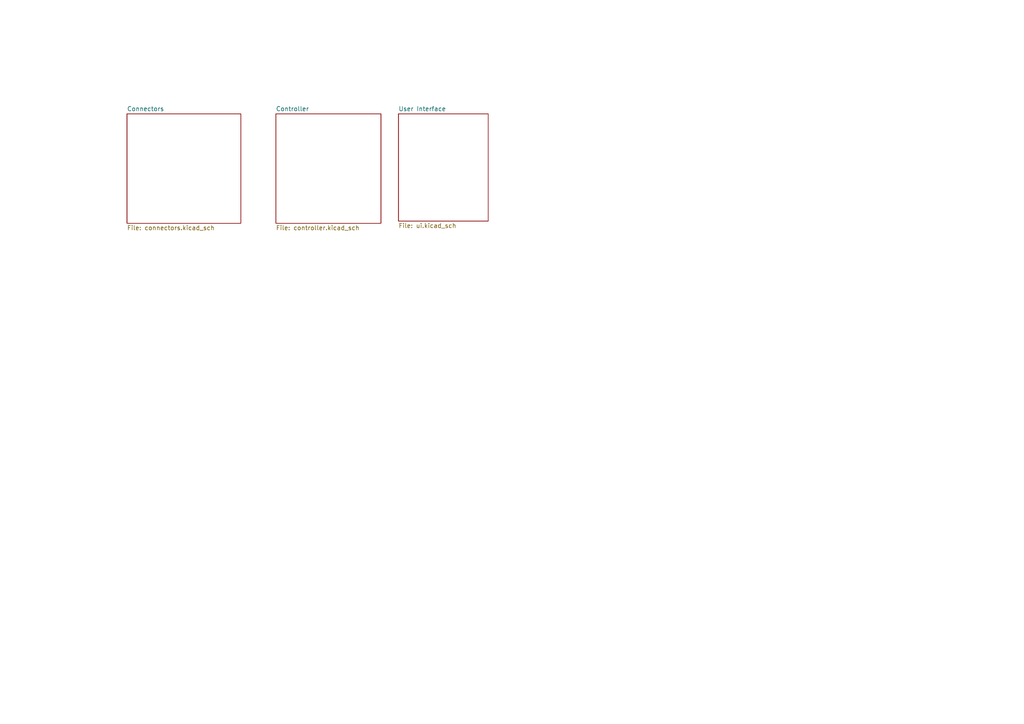
<source format=kicad_sch>
(kicad_sch
	(version 20250114)
	(generator "eeschema")
	(generator_version "9.0")
	(uuid "ae78e9b9-9814-4a08-a50e-9313b5a684ff")
	(paper "A4")
	(lib_symbols)
	(sheet
		(at 36.83 33.02)
		(size 33.02 31.75)
		(exclude_from_sim no)
		(in_bom yes)
		(on_board yes)
		(dnp no)
		(fields_autoplaced yes)
		(stroke
			(width 0.1524)
			(type solid)
		)
		(fill
			(color 0 0 0 0.0000)
		)
		(uuid "50bc9b1a-b05e-4f42-89d2-9973ed2c2a8f")
		(property "Sheetname" "Connectors"
			(at 36.83 32.3084 0)
			(effects
				(font
					(size 1.27 1.27)
				)
				(justify left bottom)
			)
		)
		(property "Sheetfile" "connectors.kicad_sch"
			(at 36.83 65.3546 0)
			(effects
				(font
					(size 1.27 1.27)
				)
				(justify left top)
			)
		)
		(instances
			(project "digital-2"
				(path "/ae78e9b9-9814-4a08-a50e-9313b5a684ff"
					(page "2")
				)
			)
		)
	)
	(sheet
		(at 115.57 33.02)
		(size 26.035 31.115)
		(exclude_from_sim no)
		(in_bom yes)
		(on_board yes)
		(dnp no)
		(fields_autoplaced yes)
		(stroke
			(width 0.1524)
			(type solid)
		)
		(fill
			(color 0 0 0 0.0000)
		)
		(uuid "907942c1-dc65-466b-ad26-0bf190a48cc3")
		(property "Sheetname" "User Interface"
			(at 115.57 32.3084 0)
			(effects
				(font
					(size 1.27 1.27)
				)
				(justify left bottom)
			)
		)
		(property "Sheetfile" "ui.kicad_sch"
			(at 115.57 64.7196 0)
			(effects
				(font
					(size 1.27 1.27)
				)
				(justify left top)
			)
		)
		(instances
			(project "digital-2"
				(path "/ae78e9b9-9814-4a08-a50e-9313b5a684ff"
					(page "4")
				)
			)
		)
	)
	(sheet
		(at 80.01 33.02)
		(size 30.48 31.75)
		(exclude_from_sim no)
		(in_bom yes)
		(on_board yes)
		(dnp no)
		(fields_autoplaced yes)
		(stroke
			(width 0.1524)
			(type solid)
		)
		(fill
			(color 0 0 0 0.0000)
		)
		(uuid "fd063e56-decc-4d35-bde1-3529c411e91d")
		(property "Sheetname" "Controller"
			(at 80.01 32.3084 0)
			(effects
				(font
					(size 1.27 1.27)
				)
				(justify left bottom)
			)
		)
		(property "Sheetfile" "controller.kicad_sch"
			(at 80.01 65.3546 0)
			(effects
				(font
					(size 1.27 1.27)
				)
				(justify left top)
			)
		)
		(instances
			(project "digital-2"
				(path "/ae78e9b9-9814-4a08-a50e-9313b5a684ff"
					(page "3")
				)
			)
		)
	)
	(sheet_instances
		(path "/"
			(page "1")
		)
	)
	(embedded_fonts no)
)

</source>
